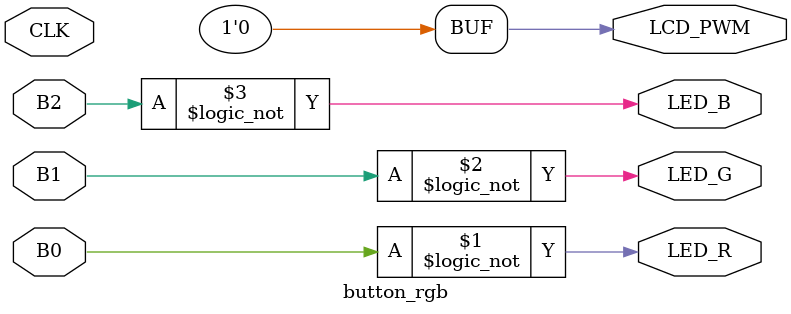
<source format=v>
module button_rgb (
    input CLK,
    output LED_R,
    output LED_G,
    output LED_B,
    output LCD_PWM,
    input B0,
    input B1,
    input B2
);
    assign LCD_PWM = 1'b0;
    
    assign LED_R = !B0;
    assign LED_G = !B1;
    assign LED_B = !B2;
endmodule

</source>
